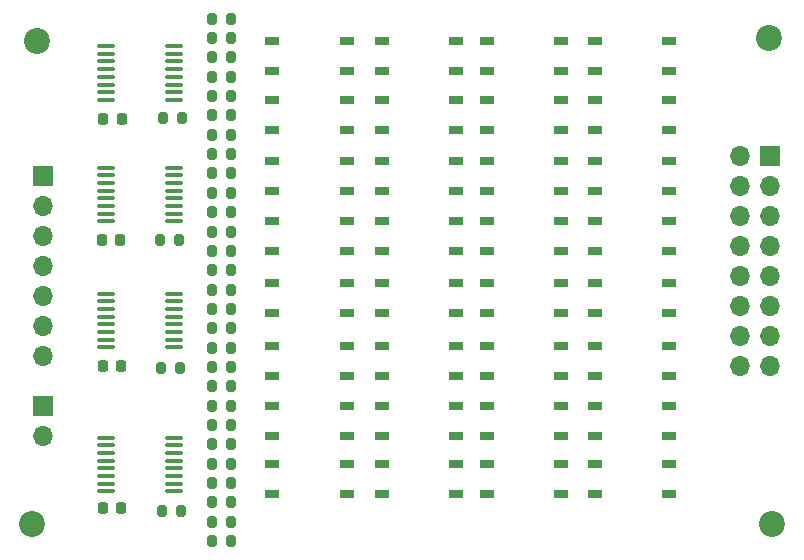
<source format=gts>
G04 #@! TF.GenerationSoftware,KiCad,Pcbnew,(6.0.8)*
G04 #@! TF.CreationDate,2022-11-26T10:26:50-06:00*
G04 #@! TF.ProjectId,photo_switching,70686f74-6f5f-4737-9769-746368696e67,rev?*
G04 #@! TF.SameCoordinates,Original*
G04 #@! TF.FileFunction,Soldermask,Top*
G04 #@! TF.FilePolarity,Negative*
%FSLAX46Y46*%
G04 Gerber Fmt 4.6, Leading zero omitted, Abs format (unit mm)*
G04 Created by KiCad (PCBNEW (6.0.8)) date 2022-11-26 10:26:50*
%MOMM*%
%LPD*%
G01*
G04 APERTURE LIST*
G04 Aperture macros list*
%AMRoundRect*
0 Rectangle with rounded corners*
0 $1 Rounding radius*
0 $2 $3 $4 $5 $6 $7 $8 $9 X,Y pos of 4 corners*
0 Add a 4 corners polygon primitive as box body*
4,1,4,$2,$3,$4,$5,$6,$7,$8,$9,$2,$3,0*
0 Add four circle primitives for the rounded corners*
1,1,$1+$1,$2,$3*
1,1,$1+$1,$4,$5*
1,1,$1+$1,$6,$7*
1,1,$1+$1,$8,$9*
0 Add four rect primitives between the rounded corners*
20,1,$1+$1,$2,$3,$4,$5,0*
20,1,$1+$1,$4,$5,$6,$7,0*
20,1,$1+$1,$6,$7,$8,$9,0*
20,1,$1+$1,$8,$9,$2,$3,0*%
G04 Aperture macros list end*
%ADD10RoundRect,0.200000X-0.200000X-0.275000X0.200000X-0.275000X0.200000X0.275000X-0.200000X0.275000X0*%
%ADD11RoundRect,0.225000X-0.225000X-0.250000X0.225000X-0.250000X0.225000X0.250000X-0.225000X0.250000X0*%
%ADD12R,1.200000X0.800000*%
%ADD13O,1.700000X1.700000*%
%ADD14R,1.700000X1.700000*%
%ADD15C,2.200000*%
%ADD16RoundRect,0.100000X0.637500X0.100000X-0.637500X0.100000X-0.637500X-0.100000X0.637500X-0.100000X0*%
G04 APERTURE END LIST*
D10*
X104878000Y-86913888D03*
X103228000Y-86913888D03*
X104878000Y-88551880D03*
X103228000Y-88551880D03*
X104878000Y-98379832D03*
X103228000Y-98379832D03*
X104878000Y-100017824D03*
X103228000Y-100017824D03*
X104878000Y-90189872D03*
X103228000Y-90189872D03*
X104878000Y-91827864D03*
X103228000Y-91827864D03*
X104878000Y-101655816D03*
X103228000Y-101655816D03*
X104878000Y-103293808D03*
X103228000Y-103293808D03*
X104878000Y-93465856D03*
X103228000Y-93465856D03*
X104878000Y-95103848D03*
X103228000Y-95103848D03*
X104878000Y-104931800D03*
X103228000Y-104931800D03*
X104878000Y-106569792D03*
X103228000Y-106569792D03*
X104878000Y-96741840D03*
X103228000Y-96741840D03*
X104878000Y-108207790D03*
X103228000Y-108207790D03*
X100553000Y-93532000D03*
X98903000Y-93532000D03*
X99003000Y-105682000D03*
X100653000Y-105682000D03*
X104878000Y-75447944D03*
X103228000Y-75447944D03*
X104878000Y-77085936D03*
X103228000Y-77085936D03*
X104878000Y-78723928D03*
X103228000Y-78723928D03*
X104878000Y-80361920D03*
X103228000Y-80361920D03*
X104878000Y-81999912D03*
X103228000Y-81999912D03*
X104878000Y-83637904D03*
X103228000Y-83637904D03*
X104878000Y-85275896D03*
X103228000Y-85275896D03*
X100483000Y-82732000D03*
X98833000Y-82732000D03*
X104878000Y-63982000D03*
X103228000Y-63982000D03*
X103228000Y-65619992D03*
X104878000Y-65619992D03*
X104878000Y-67257984D03*
X103228000Y-67257984D03*
X103228000Y-68895976D03*
X104878000Y-68895976D03*
X103228000Y-70533968D03*
X104878000Y-70533968D03*
X103228000Y-72171960D03*
X104878000Y-72171960D03*
X103228000Y-73809952D03*
X104878000Y-73809952D03*
X99078000Y-72432000D03*
X100728000Y-72432000D03*
D11*
X95528000Y-105382000D03*
X93978000Y-105382000D03*
X95528000Y-93382000D03*
X93978000Y-93382000D03*
X95478000Y-82682000D03*
X93928000Y-82682000D03*
X95578000Y-72482000D03*
X94028000Y-72482000D03*
D12*
X123927000Y-99314000D03*
X123927000Y-96774000D03*
X117627000Y-96774000D03*
X117627000Y-99314000D03*
X108356000Y-86360000D03*
X108356000Y-88900000D03*
X114656000Y-88900000D03*
X114656000Y-86360000D03*
D13*
X88925000Y-92583000D03*
X88925000Y-90043000D03*
X88925000Y-87503000D03*
X88925000Y-84963000D03*
X88925000Y-82423000D03*
X88925000Y-79883000D03*
D14*
X88925000Y-77343000D03*
D12*
X126517000Y-70866000D03*
X126517000Y-73406000D03*
X132817000Y-73406000D03*
X132817000Y-70866000D03*
X141961000Y-88900000D03*
X141961000Y-86360000D03*
X135661000Y-86360000D03*
X135661000Y-88900000D03*
D15*
X150622000Y-106807000D03*
D12*
X123927000Y-104267000D03*
X123927000Y-101727000D03*
X117627000Y-101727000D03*
X117627000Y-104267000D03*
D16*
X94292500Y-104002000D03*
X94292500Y-103352000D03*
X94292500Y-102702000D03*
X94292500Y-102052000D03*
X94292500Y-101402000D03*
X94292500Y-100752000D03*
X94292500Y-100102000D03*
X94292500Y-99452000D03*
X100017500Y-99452000D03*
X100017500Y-100102000D03*
X100017500Y-100752000D03*
X100017500Y-101402000D03*
X100017500Y-102052000D03*
X100017500Y-102702000D03*
X100017500Y-103352000D03*
X100017500Y-104002000D03*
D12*
X141961000Y-68453000D03*
X141961000Y-65913000D03*
X135661000Y-65913000D03*
X135661000Y-68453000D03*
X123927000Y-88900000D03*
X123927000Y-86360000D03*
X117627000Y-86360000D03*
X117627000Y-88900000D03*
X123927000Y-94234000D03*
X123927000Y-91694000D03*
X117627000Y-91694000D03*
X117627000Y-94234000D03*
X123927000Y-73406000D03*
X123927000Y-70866000D03*
X117627000Y-70866000D03*
X117627000Y-73406000D03*
X123927000Y-68453000D03*
X123927000Y-65913000D03*
X117627000Y-65913000D03*
X117627000Y-68453000D03*
X141961000Y-73406000D03*
X141961000Y-70866000D03*
X135661000Y-70866000D03*
X135661000Y-73406000D03*
X126517000Y-76073000D03*
X126517000Y-78613000D03*
X132817000Y-78613000D03*
X132817000Y-76073000D03*
D14*
X150515000Y-75580000D03*
D13*
X147975000Y-75580000D03*
X150515000Y-78120000D03*
X147975000Y-78120000D03*
X150515000Y-80660000D03*
X147975000Y-80660000D03*
X150515000Y-83200000D03*
X147975000Y-83200000D03*
X150515000Y-85740000D03*
X147975000Y-85740000D03*
X150515000Y-88280000D03*
X147975000Y-88280000D03*
X150515000Y-90820000D03*
X147975000Y-90820000D03*
X150515000Y-93360000D03*
X147975000Y-93360000D03*
D12*
X126517000Y-101727000D03*
X126517000Y-104267000D03*
X132817000Y-104267000D03*
X132817000Y-101727000D03*
D15*
X150368000Y-65659000D03*
D12*
X108356000Y-91694000D03*
X108356000Y-94234000D03*
X114656000Y-94234000D03*
X114656000Y-91694000D03*
X141961000Y-94234000D03*
X141961000Y-91694000D03*
X135661000Y-91694000D03*
X135661000Y-94234000D03*
X141961000Y-78613000D03*
X141961000Y-76073000D03*
X135661000Y-76073000D03*
X135661000Y-78613000D03*
D15*
X88011000Y-106807000D03*
D12*
X141961000Y-99314000D03*
X141961000Y-96774000D03*
X135661000Y-96774000D03*
X135661000Y-99314000D03*
X123927000Y-83693000D03*
X123927000Y-81153000D03*
X117627000Y-81153000D03*
X117627000Y-83693000D03*
X141961000Y-83693000D03*
X141961000Y-81153000D03*
X135661000Y-81153000D03*
X135661000Y-83693000D03*
D16*
X94292500Y-91810000D03*
X94292500Y-91160000D03*
X94292500Y-90510000D03*
X94292500Y-89860000D03*
X94292500Y-89210000D03*
X94292500Y-88560000D03*
X94292500Y-87910000D03*
X94292500Y-87260000D03*
X100017500Y-87260000D03*
X100017500Y-87910000D03*
X100017500Y-88560000D03*
X100017500Y-89210000D03*
X100017500Y-89860000D03*
X100017500Y-90510000D03*
X100017500Y-91160000D03*
X100017500Y-91810000D03*
D12*
X126517000Y-65913000D03*
X126517000Y-68453000D03*
X132817000Y-68453000D03*
X132817000Y-65913000D03*
X117627000Y-78613000D03*
X117627000Y-76073000D03*
X123927000Y-76073000D03*
X123927000Y-78613000D03*
X108356000Y-81153000D03*
X108356000Y-83693000D03*
X114656000Y-83693000D03*
X114656000Y-81153000D03*
X126517000Y-96774000D03*
X126517000Y-99314000D03*
X132817000Y-99314000D03*
X132817000Y-96774000D03*
X126517000Y-86360000D03*
X126517000Y-88900000D03*
X132817000Y-88900000D03*
X132817000Y-86360000D03*
X141961000Y-104267000D03*
X141961000Y-101727000D03*
X135661000Y-101727000D03*
X135661000Y-104267000D03*
D15*
X88392000Y-65913000D03*
D12*
X108356000Y-65913000D03*
X108356000Y-68453000D03*
X114656000Y-68453000D03*
X114656000Y-65913000D03*
X126517000Y-91694000D03*
X126517000Y-94234000D03*
X132817000Y-94234000D03*
X132817000Y-91694000D03*
X108356000Y-76073000D03*
X108356000Y-78613000D03*
X114656000Y-78613000D03*
X114656000Y-76073000D03*
D13*
X88925000Y-99334000D03*
D14*
X88925000Y-96794000D03*
D12*
X108356000Y-101727000D03*
X108356000Y-104267000D03*
X114656000Y-104267000D03*
X114656000Y-101727000D03*
D16*
X100017500Y-81142000D03*
X100017500Y-80492000D03*
X100017500Y-79842000D03*
X100017500Y-79192000D03*
X100017500Y-78542000D03*
X100017500Y-77892000D03*
X100017500Y-77242000D03*
X100017500Y-76592000D03*
X94292500Y-76592000D03*
X94292500Y-77242000D03*
X94292500Y-77892000D03*
X94292500Y-78542000D03*
X94292500Y-79192000D03*
X94292500Y-79842000D03*
X94292500Y-80492000D03*
X94292500Y-81142000D03*
D12*
X108356000Y-96774000D03*
X108356000Y-99314000D03*
X114656000Y-99314000D03*
X114656000Y-96774000D03*
X126517000Y-81153000D03*
X126517000Y-83693000D03*
X132817000Y-83693000D03*
X132817000Y-81153000D03*
D16*
X94292500Y-70855000D03*
X94292500Y-70205000D03*
X94292500Y-69555000D03*
X94292500Y-68905000D03*
X94292500Y-68255000D03*
X94292500Y-67605000D03*
X94292500Y-66955000D03*
X94292500Y-66305000D03*
X100017500Y-66305000D03*
X100017500Y-66955000D03*
X100017500Y-67605000D03*
X100017500Y-68255000D03*
X100017500Y-68905000D03*
X100017500Y-69555000D03*
X100017500Y-70205000D03*
X100017500Y-70855000D03*
D12*
X108356000Y-70866000D03*
X108356000Y-73406000D03*
X114656000Y-73406000D03*
X114656000Y-70866000D03*
M02*

</source>
